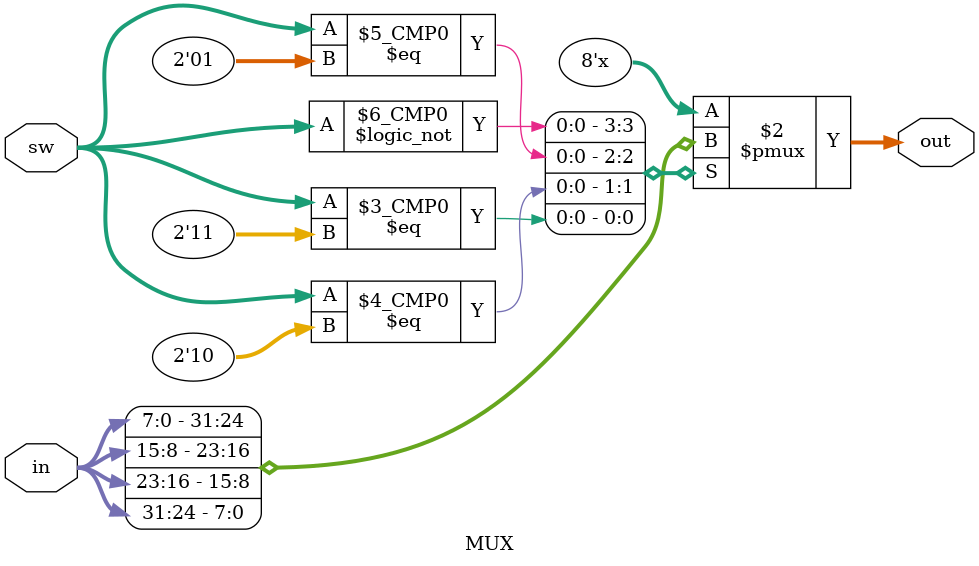
<source format=v>
`timescale 1ns / 1ps
module MUX(
	input [31:0] in,
	input [1:0] sw,
	output reg [7:0] out
    );
always @(in,sw)
	case (sw)
		0: out = in[7:0];
		1: out = in[15:8];
		2: out = in[23:16];
		3: out = in[31:24];
		default: out = 8'bx;	
	endcase
endmodule

</source>
